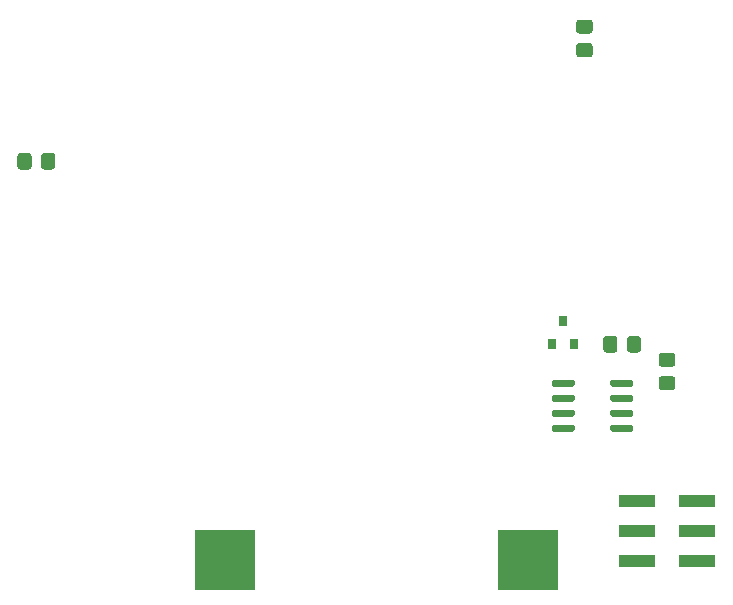
<source format=gbr>
%TF.GenerationSoftware,KiCad,Pcbnew,(5.1.7-0-10_14)*%
%TF.CreationDate,2020-10-21T09:08:44+08:00*%
%TF.ProjectId,HallowBadges,48616c6c-6f77-4426-9164-6765732e6b69,rev?*%
%TF.SameCoordinates,Original*%
%TF.FileFunction,Paste,Bot*%
%TF.FilePolarity,Positive*%
%FSLAX46Y46*%
G04 Gerber Fmt 4.6, Leading zero omitted, Abs format (unit mm)*
G04 Created by KiCad (PCBNEW (5.1.7-0-10_14)) date 2020-10-21 09:08:44*
%MOMM*%
%LPD*%
G01*
G04 APERTURE LIST*
%ADD10R,5.100000X5.100000*%
%ADD11R,3.150000X1.000000*%
%ADD12R,0.800000X0.900000*%
G04 APERTURE END LIST*
%TO.C,R1*%
G36*
G01*
X113200000Y-96250001D02*
X113200000Y-95349999D01*
G75*
G02*
X113449999Y-95100000I249999J0D01*
G01*
X114150001Y-95100000D01*
G75*
G02*
X114400000Y-95349999I0J-249999D01*
G01*
X114400000Y-96250001D01*
G75*
G02*
X114150001Y-96500000I-249999J0D01*
G01*
X113449999Y-96500000D01*
G75*
G02*
X113200000Y-96250001I0J249999D01*
G01*
G37*
G36*
G01*
X115200000Y-96250001D02*
X115200000Y-95349999D01*
G75*
G02*
X115449999Y-95100000I249999J0D01*
G01*
X116150001Y-95100000D01*
G75*
G02*
X116400000Y-95349999I0J-249999D01*
G01*
X116400000Y-96250001D01*
G75*
G02*
X116150001Y-96500000I-249999J0D01*
G01*
X115449999Y-96500000D01*
G75*
G02*
X115200000Y-96250001I0J249999D01*
G01*
G37*
%TD*%
D10*
%TO.C,BT1*%
X156400000Y-129600000D03*
X130800000Y-129600000D03*
%TD*%
D11*
%TO.C,J1*%
X165675000Y-129640000D03*
X170725000Y-129640000D03*
X165675000Y-127100000D03*
X170725000Y-127100000D03*
X165675000Y-124560000D03*
X170725000Y-124560000D03*
%TD*%
D12*
%TO.C,Q1*%
X160350000Y-111300000D03*
X158450000Y-111300000D03*
X159400000Y-109300000D03*
%TD*%
%TO.C,R2*%
G36*
G01*
X160749999Y-85800000D02*
X161650001Y-85800000D01*
G75*
G02*
X161900000Y-86049999I0J-249999D01*
G01*
X161900000Y-86750001D01*
G75*
G02*
X161650001Y-87000000I-249999J0D01*
G01*
X160749999Y-87000000D01*
G75*
G02*
X160500000Y-86750001I0J249999D01*
G01*
X160500000Y-86049999D01*
G75*
G02*
X160749999Y-85800000I249999J0D01*
G01*
G37*
G36*
G01*
X160749999Y-83800000D02*
X161650001Y-83800000D01*
G75*
G02*
X161900000Y-84049999I0J-249999D01*
G01*
X161900000Y-84750001D01*
G75*
G02*
X161650001Y-85000000I-249999J0D01*
G01*
X160749999Y-85000000D01*
G75*
G02*
X160500000Y-84750001I0J249999D01*
G01*
X160500000Y-84049999D01*
G75*
G02*
X160749999Y-83800000I249999J0D01*
G01*
G37*
%TD*%
%TO.C,R3*%
G36*
G01*
X167749999Y-112000000D02*
X168650001Y-112000000D01*
G75*
G02*
X168900000Y-112249999I0J-249999D01*
G01*
X168900000Y-112950001D01*
G75*
G02*
X168650001Y-113200000I-249999J0D01*
G01*
X167749999Y-113200000D01*
G75*
G02*
X167500000Y-112950001I0J249999D01*
G01*
X167500000Y-112249999D01*
G75*
G02*
X167749999Y-112000000I249999J0D01*
G01*
G37*
G36*
G01*
X167749999Y-114000000D02*
X168650001Y-114000000D01*
G75*
G02*
X168900000Y-114249999I0J-249999D01*
G01*
X168900000Y-114950001D01*
G75*
G02*
X168650001Y-115200000I-249999J0D01*
G01*
X167749999Y-115200000D01*
G75*
G02*
X167500000Y-114950001I0J249999D01*
G01*
X167500000Y-114249999D01*
G75*
G02*
X167749999Y-114000000I249999J0D01*
G01*
G37*
%TD*%
%TO.C,R4*%
G36*
G01*
X164800000Y-111750001D02*
X164800000Y-110849999D01*
G75*
G02*
X165049999Y-110600000I249999J0D01*
G01*
X165750001Y-110600000D01*
G75*
G02*
X166000000Y-110849999I0J-249999D01*
G01*
X166000000Y-111750001D01*
G75*
G02*
X165750001Y-112000000I-249999J0D01*
G01*
X165049999Y-112000000D01*
G75*
G02*
X164800000Y-111750001I0J249999D01*
G01*
G37*
G36*
G01*
X162800000Y-111750001D02*
X162800000Y-110849999D01*
G75*
G02*
X163049999Y-110600000I249999J0D01*
G01*
X163750001Y-110600000D01*
G75*
G02*
X164000000Y-110849999I0J-249999D01*
G01*
X164000000Y-111750001D01*
G75*
G02*
X163750001Y-112000000I-249999J0D01*
G01*
X163049999Y-112000000D01*
G75*
G02*
X162800000Y-111750001I0J249999D01*
G01*
G37*
%TD*%
%TO.C,U1*%
G36*
G01*
X158450000Y-118555000D02*
X158450000Y-118255000D01*
G75*
G02*
X158600000Y-118105000I150000J0D01*
G01*
X160250000Y-118105000D01*
G75*
G02*
X160400000Y-118255000I0J-150000D01*
G01*
X160400000Y-118555000D01*
G75*
G02*
X160250000Y-118705000I-150000J0D01*
G01*
X158600000Y-118705000D01*
G75*
G02*
X158450000Y-118555000I0J150000D01*
G01*
G37*
G36*
G01*
X158450000Y-117285000D02*
X158450000Y-116985000D01*
G75*
G02*
X158600000Y-116835000I150000J0D01*
G01*
X160250000Y-116835000D01*
G75*
G02*
X160400000Y-116985000I0J-150000D01*
G01*
X160400000Y-117285000D01*
G75*
G02*
X160250000Y-117435000I-150000J0D01*
G01*
X158600000Y-117435000D01*
G75*
G02*
X158450000Y-117285000I0J150000D01*
G01*
G37*
G36*
G01*
X158450000Y-116015000D02*
X158450000Y-115715000D01*
G75*
G02*
X158600000Y-115565000I150000J0D01*
G01*
X160250000Y-115565000D01*
G75*
G02*
X160400000Y-115715000I0J-150000D01*
G01*
X160400000Y-116015000D01*
G75*
G02*
X160250000Y-116165000I-150000J0D01*
G01*
X158600000Y-116165000D01*
G75*
G02*
X158450000Y-116015000I0J150000D01*
G01*
G37*
G36*
G01*
X158450000Y-114745000D02*
X158450000Y-114445000D01*
G75*
G02*
X158600000Y-114295000I150000J0D01*
G01*
X160250000Y-114295000D01*
G75*
G02*
X160400000Y-114445000I0J-150000D01*
G01*
X160400000Y-114745000D01*
G75*
G02*
X160250000Y-114895000I-150000J0D01*
G01*
X158600000Y-114895000D01*
G75*
G02*
X158450000Y-114745000I0J150000D01*
G01*
G37*
G36*
G01*
X163400000Y-114745000D02*
X163400000Y-114445000D01*
G75*
G02*
X163550000Y-114295000I150000J0D01*
G01*
X165200000Y-114295000D01*
G75*
G02*
X165350000Y-114445000I0J-150000D01*
G01*
X165350000Y-114745000D01*
G75*
G02*
X165200000Y-114895000I-150000J0D01*
G01*
X163550000Y-114895000D01*
G75*
G02*
X163400000Y-114745000I0J150000D01*
G01*
G37*
G36*
G01*
X163400000Y-116015000D02*
X163400000Y-115715000D01*
G75*
G02*
X163550000Y-115565000I150000J0D01*
G01*
X165200000Y-115565000D01*
G75*
G02*
X165350000Y-115715000I0J-150000D01*
G01*
X165350000Y-116015000D01*
G75*
G02*
X165200000Y-116165000I-150000J0D01*
G01*
X163550000Y-116165000D01*
G75*
G02*
X163400000Y-116015000I0J150000D01*
G01*
G37*
G36*
G01*
X163400000Y-117285000D02*
X163400000Y-116985000D01*
G75*
G02*
X163550000Y-116835000I150000J0D01*
G01*
X165200000Y-116835000D01*
G75*
G02*
X165350000Y-116985000I0J-150000D01*
G01*
X165350000Y-117285000D01*
G75*
G02*
X165200000Y-117435000I-150000J0D01*
G01*
X163550000Y-117435000D01*
G75*
G02*
X163400000Y-117285000I0J150000D01*
G01*
G37*
G36*
G01*
X163400000Y-118555000D02*
X163400000Y-118255000D01*
G75*
G02*
X163550000Y-118105000I150000J0D01*
G01*
X165200000Y-118105000D01*
G75*
G02*
X165350000Y-118255000I0J-150000D01*
G01*
X165350000Y-118555000D01*
G75*
G02*
X165200000Y-118705000I-150000J0D01*
G01*
X163550000Y-118705000D01*
G75*
G02*
X163400000Y-118555000I0J150000D01*
G01*
G37*
%TD*%
M02*

</source>
